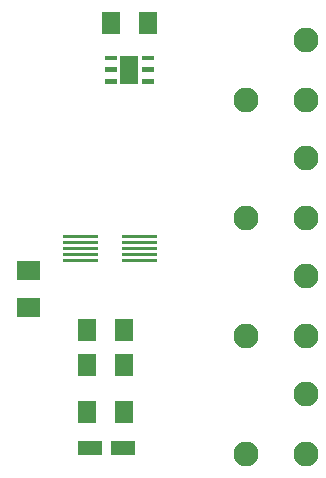
<source format=gtp>
G04 MADE WITH FRITZING*
G04 WWW.FRITZING.ORG*
G04 DOUBLE SIDED*
G04 HOLES PLATED*
G04 CONTOUR ON CENTER OF CONTOUR VECTOR*
%ASAXBY*%
%FSLAX23Y23*%
%MOIN*%
%OFA0B0*%
%SFA1.0B1.0*%
%ADD10C,0.083071*%
%ADD11R,0.062992X0.074803*%
%ADD12R,0.078740X0.047244*%
%ADD13R,0.001000X0.001000*%
%LNPASTEMASK1*%
G90*
G70*
G54D10*
X1565Y377D03*
X1765Y377D03*
X1765Y577D03*
X1565Y377D03*
X1765Y377D03*
X1765Y577D03*
X1565Y771D03*
X1765Y771D03*
X1765Y971D03*
X1565Y771D03*
X1765Y771D03*
X1765Y971D03*
X1565Y1558D03*
X1765Y1558D03*
X1765Y1758D03*
X1565Y1558D03*
X1765Y1558D03*
X1765Y1758D03*
X1565Y1164D03*
X1765Y1164D03*
X1765Y1364D03*
X1565Y1164D03*
X1765Y1164D03*
X1765Y1364D03*
G54D11*
X1114Y1815D03*
X1236Y1815D03*
X1035Y516D03*
X1157Y516D03*
G54D12*
X1043Y398D03*
X1153Y398D03*
G54D11*
X1035Y792D03*
X1157Y792D03*
X1035Y674D03*
X1157Y674D03*
G36*
X1134Y1690D02*
X1094Y1690D01*
X1094Y1705D01*
X1134Y1705D01*
X1134Y1690D01*
G37*
D02*
G36*
X1134Y1650D02*
X1094Y1650D01*
X1094Y1666D01*
X1134Y1666D01*
X1134Y1650D01*
G37*
D02*
G36*
X1134Y1611D02*
X1094Y1611D01*
X1094Y1627D01*
X1134Y1627D01*
X1134Y1611D01*
G37*
D02*
G36*
X1256Y1612D02*
X1216Y1612D01*
X1216Y1628D01*
X1256Y1628D01*
X1256Y1612D01*
G37*
D02*
G36*
X1256Y1650D02*
X1216Y1650D01*
X1216Y1666D01*
X1256Y1666D01*
X1256Y1650D01*
G37*
D02*
G36*
X1256Y1690D02*
X1216Y1690D01*
X1216Y1705D01*
X1256Y1705D01*
X1256Y1690D01*
G37*
D02*
G36*
X1204Y1611D02*
X1145Y1611D01*
X1145Y1705D01*
X1204Y1705D01*
X1204Y1611D01*
G37*
D02*
G36*
X1149Y1029D02*
X1267Y1029D01*
X1267Y1019D01*
X1149Y1019D01*
X1149Y1029D01*
G37*
D02*
G36*
X1149Y1049D02*
X1267Y1049D01*
X1267Y1039D01*
X1149Y1039D01*
X1149Y1049D01*
G37*
D02*
G36*
X1149Y1068D02*
X1267Y1068D01*
X1267Y1059D01*
X1149Y1059D01*
X1149Y1068D01*
G37*
D02*
G36*
X1149Y1088D02*
X1267Y1088D01*
X1267Y1078D01*
X1149Y1078D01*
X1149Y1088D01*
G37*
D02*
G36*
X1149Y1108D02*
X1267Y1108D01*
X1267Y1098D01*
X1149Y1098D01*
X1149Y1108D01*
G37*
D02*
G36*
X953Y1108D02*
X1071Y1108D01*
X1071Y1098D01*
X953Y1098D01*
X953Y1108D01*
G37*
D02*
G36*
X953Y1088D02*
X1071Y1088D01*
X1071Y1078D01*
X953Y1078D01*
X953Y1088D01*
G37*
D02*
G36*
X953Y1068D02*
X1071Y1068D01*
X1071Y1059D01*
X953Y1059D01*
X953Y1068D01*
G37*
D02*
G36*
X953Y1049D02*
X1071Y1049D01*
X1071Y1039D01*
X953Y1039D01*
X953Y1049D01*
G37*
D02*
G36*
X953Y1029D02*
X1071Y1029D01*
X1071Y1019D01*
X953Y1019D01*
X953Y1029D01*
G37*
D02*
G36*
X876Y957D02*
X801Y957D01*
X801Y1020D01*
X876Y1020D01*
X876Y957D01*
G37*
D02*
G36*
X876Y835D02*
X801Y835D01*
X801Y898D01*
X876Y898D01*
X876Y835D01*
G37*
D02*
G54D13*
D02*
G04 End of PasteMask1*
M02*
</source>
